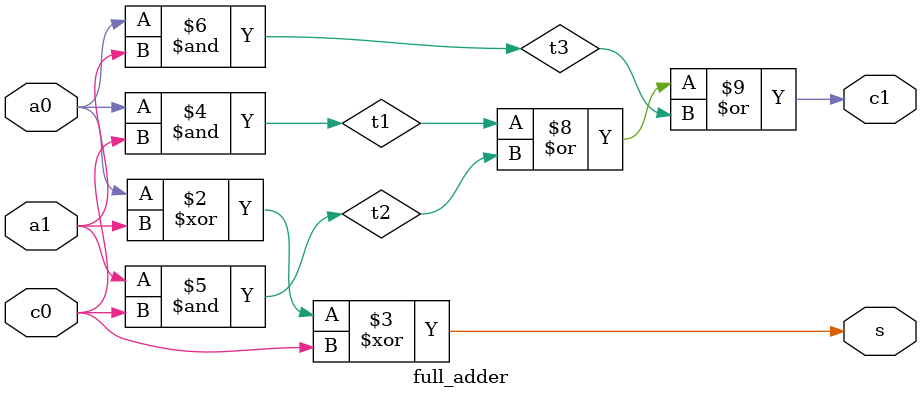
<source format=v>
/*
 * wire assign 实现全加器
 * 
module full_adder (
    input a0, a1,
    input c0,
    output s,
    output c1,
    );
    
    wire t1, t2, t3;
    
    assign s = (a0 ^ a1) ^ c0;
    
    assign t1 = a0 & c0;
    assign t2 = a1 & c0;
    assign t3 = a0 & a1;
    assign c1 = (t1 | t2) | t3;
    
endmodule
*/

module full_adder (
    input a0, a1,
    input c0,
    output reg s,
    output reg c1
    );
    
    wire t1, t2, t3;
    
    always@(*)
    begin
        s <= (a0 ^ a1) ^ c0;
    end
    
    assign t1 = a0 & c0;
    assign t2 = a1 & c0;
    assign t3 = a0 & a1;
    
    always@(*)
    begin
        c1 <= (t1 | t2) | t3;
    end
    
endmodule
</source>
